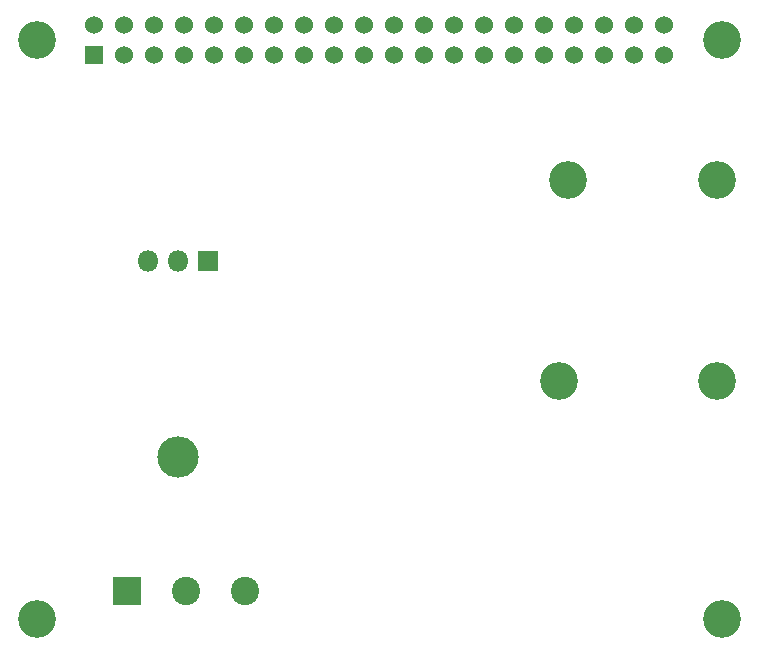
<source format=gbs>
G04 #@! TF.FileFunction,Soldermask,Bot*
%FSLAX46Y46*%
G04 Gerber Fmt 4.6, Leading zero omitted, Abs format (unit mm)*
G04 Created by KiCad (PCBNEW 4.0.7-e2-6376~61~ubuntu18.04.1) date Tue Nov  6 15:25:27 2018*
%MOMM*%
%LPD*%
G01*
G04 APERTURE LIST*
%ADD10C,0.200000*%
%ADD11R,1.524000X1.524000*%
%ADD12C,1.524000*%
%ADD13R,2.400000X2.400000*%
%ADD14C,2.400000*%
%ADD15C,3.200000*%
%ADD16O,3.500000X3.500000*%
%ADD17R,1.800000X1.800000*%
%ADD18O,1.800000X1.800000*%
G04 APERTURE END LIST*
D10*
D11*
X37370000Y-26270000D03*
D12*
X37370000Y-23730000D03*
X50070000Y-26270000D03*
X39910000Y-23730000D03*
X52610000Y-26270000D03*
X42450000Y-23730000D03*
X55150000Y-26270000D03*
X44990000Y-23730000D03*
X57690000Y-26270000D03*
X47530000Y-23730000D03*
X60230000Y-26270000D03*
X50070000Y-23730000D03*
X62770000Y-26270000D03*
X52610000Y-23730000D03*
X65310000Y-26270000D03*
X55150000Y-23730000D03*
X67850000Y-26270000D03*
X57690000Y-23730000D03*
X70390000Y-26270000D03*
X60230000Y-23730000D03*
X72930000Y-26270000D03*
X62770000Y-23730000D03*
X75470000Y-26270000D03*
X65310000Y-23730000D03*
X67850000Y-23730000D03*
X78010000Y-26270000D03*
X70390000Y-23730000D03*
X75470000Y-23730000D03*
X78010000Y-23730000D03*
X80550000Y-23730000D03*
X83090000Y-23730000D03*
X80550000Y-26270000D03*
X83090000Y-26270000D03*
X39910000Y-26270000D03*
X42450000Y-26270000D03*
X44990000Y-26270000D03*
X47530000Y-26270000D03*
X85630000Y-26270000D03*
X85630000Y-23730000D03*
X72930000Y-23730000D03*
D13*
X40132000Y-71628000D03*
D14*
X45132000Y-71628000D03*
X50132000Y-71628000D03*
D15*
X32500000Y-74000000D03*
X90500000Y-74000000D03*
X32500000Y-25000000D03*
X90500000Y-25000000D03*
D16*
X44450000Y-60348000D03*
D17*
X46990000Y-43688000D03*
D18*
X44450000Y-43688000D03*
X41910000Y-43688000D03*
D15*
X90043000Y-36830000D03*
X77470000Y-36830000D03*
X76708000Y-53848000D03*
X90043000Y-53848000D03*
M02*

</source>
